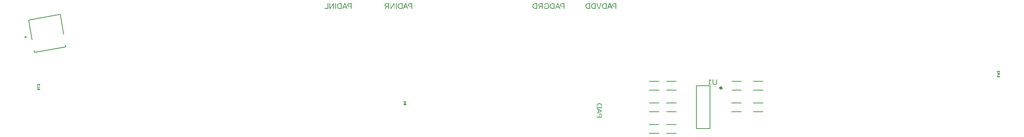
<source format=gbr>
G04 EAGLE Gerber RS-274X export*
G75*
%MOMM*%
%FSLAX34Y34*%
%LPD*%
%INSilkscreen Bottom*%
%IPPOS*%
%AMOC8*
5,1,8,0,0,1.08239X$1,22.5*%
G01*
G04 Define Apertures*
%ADD10C,0.127000*%
%ADD11C,0.152400*%
%ADD12C,0.406400*%
G36*
X1620281Y528665D02*
X1607940Y528665D01*
X1607940Y533281D01*
X1607952Y533721D01*
X1607988Y534148D01*
X1608047Y534562D01*
X1608130Y534963D01*
X1608238Y535350D01*
X1608369Y535725D01*
X1608523Y536086D01*
X1608702Y536434D01*
X1608903Y536766D01*
X1609125Y537078D01*
X1609368Y537371D01*
X1609631Y537645D01*
X1609916Y537899D01*
X1610222Y538134D01*
X1610548Y538349D01*
X1610896Y538545D01*
X1611261Y538719D01*
X1611642Y538871D01*
X1612037Y538998D01*
X1612447Y539103D01*
X1612872Y539185D01*
X1613313Y539243D01*
X1613768Y539278D01*
X1614237Y539289D01*
X1614595Y539283D01*
X1614941Y539263D01*
X1615278Y539229D01*
X1615604Y539183D01*
X1615920Y539123D01*
X1616225Y539050D01*
X1616520Y538963D01*
X1616805Y538863D01*
X1617079Y538750D01*
X1617343Y538624D01*
X1617596Y538484D01*
X1617840Y538331D01*
X1618072Y538165D01*
X1618295Y537985D01*
X1618507Y537792D01*
X1618709Y537586D01*
X1618899Y537367D01*
X1619077Y537138D01*
X1619243Y536897D01*
X1619396Y536644D01*
X1619538Y536381D01*
X1619667Y536107D01*
X1619783Y535821D01*
X1619888Y535524D01*
X1619980Y535216D01*
X1620060Y534897D01*
X1620127Y534567D01*
X1620183Y534225D01*
X1620226Y533872D01*
X1620256Y533508D01*
X1620275Y533133D01*
X1620281Y532747D01*
X1620281Y528665D01*
G37*
%LPC*%
G36*
X1618941Y530338D02*
X1618941Y532712D01*
X1618922Y533290D01*
X1618865Y533832D01*
X1618771Y534340D01*
X1618640Y534813D01*
X1618470Y535250D01*
X1618263Y535652D01*
X1618019Y536019D01*
X1617736Y536351D01*
X1617418Y536645D01*
X1617066Y536901D01*
X1616680Y537117D01*
X1616260Y537293D01*
X1615805Y537431D01*
X1615317Y537529D01*
X1614794Y537588D01*
X1614237Y537608D01*
X1613863Y537599D01*
X1613501Y537573D01*
X1613151Y537530D01*
X1612814Y537470D01*
X1612490Y537392D01*
X1612178Y537297D01*
X1611879Y537185D01*
X1611592Y537056D01*
X1611320Y536910D01*
X1611065Y536750D01*
X1610825Y536575D01*
X1610603Y536385D01*
X1610396Y536180D01*
X1610206Y535960D01*
X1610033Y535725D01*
X1609876Y535475D01*
X1609736Y535213D01*
X1609615Y534940D01*
X1609513Y534657D01*
X1609429Y534364D01*
X1609364Y534060D01*
X1609317Y533747D01*
X1609289Y533423D01*
X1609280Y533088D01*
X1609280Y530338D01*
X1618941Y530338D01*
G37*
%LPD*%
G36*
X1620281Y506071D02*
X1607940Y506071D01*
X1607940Y507744D01*
X1612748Y507744D01*
X1612748Y511370D01*
X1612765Y511848D01*
X1612813Y512300D01*
X1612894Y512727D01*
X1613007Y513128D01*
X1613152Y513503D01*
X1613330Y513853D01*
X1613540Y514177D01*
X1613782Y514475D01*
X1614052Y514743D01*
X1614344Y514975D01*
X1614658Y515172D01*
X1614995Y515333D01*
X1615354Y515458D01*
X1615736Y515547D01*
X1616140Y515600D01*
X1616567Y515618D01*
X1616997Y515600D01*
X1617402Y515547D01*
X1617782Y515458D01*
X1618137Y515334D01*
X1618467Y515173D01*
X1618773Y514978D01*
X1619053Y514747D01*
X1619309Y514480D01*
X1619536Y514180D01*
X1619734Y513852D01*
X1619901Y513494D01*
X1620038Y513107D01*
X1620144Y512690D01*
X1620220Y512245D01*
X1620266Y511770D01*
X1620281Y511265D01*
X1620281Y506071D01*
G37*
%LPC*%
G36*
X1618941Y507744D02*
X1618941Y511064D01*
X1618931Y511412D01*
X1618903Y511737D01*
X1618857Y512040D01*
X1618791Y512321D01*
X1618707Y512579D01*
X1618604Y512814D01*
X1618483Y513028D01*
X1618343Y513218D01*
X1618184Y513387D01*
X1618007Y513533D01*
X1617811Y513656D01*
X1617596Y513757D01*
X1617362Y513836D01*
X1617110Y513892D01*
X1616839Y513925D01*
X1616550Y513937D01*
X1616249Y513926D01*
X1615969Y513893D01*
X1615707Y513838D01*
X1615465Y513761D01*
X1615243Y513663D01*
X1615039Y513542D01*
X1614855Y513400D01*
X1614691Y513236D01*
X1614545Y513050D01*
X1614420Y512842D01*
X1614313Y512612D01*
X1614226Y512360D01*
X1614158Y512086D01*
X1614110Y511791D01*
X1614081Y511473D01*
X1614071Y511134D01*
X1614071Y507744D01*
X1618941Y507744D01*
G37*
%LPD*%
G36*
X1607940Y515260D02*
X1607940Y516994D01*
X1611549Y518413D01*
X1611549Y524036D01*
X1607940Y525446D01*
X1607940Y527154D01*
X1620281Y522197D01*
X1620281Y520296D01*
X1607940Y515260D01*
G37*
%LPC*%
G36*
X1612854Y518921D02*
X1616909Y520498D01*
X1617944Y520874D01*
X1618774Y521146D01*
X1619020Y521225D01*
X1618293Y521461D01*
X1617570Y521706D01*
X1616926Y521952D01*
X1612854Y523537D01*
X1612854Y518921D01*
G37*
%LPD*%
G36*
X293145Y689182D02*
X292797Y691762D01*
X290657Y690433D01*
X290065Y691520D01*
X292369Y692575D01*
X290362Y694427D01*
X291278Y695229D01*
X293013Y693258D01*
X293915Y695712D01*
X295051Y695272D01*
X293835Y692834D01*
X296379Y692633D01*
X296191Y691426D01*
X293758Y691913D01*
X294318Y689388D01*
X293145Y689182D01*
G37*
G36*
X1880023Y581867D02*
X1879635Y581876D01*
X1879260Y581903D01*
X1878898Y581948D01*
X1878548Y582011D01*
X1878212Y582092D01*
X1877889Y582190D01*
X1877579Y582307D01*
X1877282Y582442D01*
X1876999Y582593D01*
X1876733Y582761D01*
X1876484Y582945D01*
X1876251Y583145D01*
X1876034Y583361D01*
X1875834Y583593D01*
X1875650Y583840D01*
X1875483Y584104D01*
X1875334Y584383D01*
X1875205Y584674D01*
X1875095Y584978D01*
X1875006Y585295D01*
X1874936Y585625D01*
X1874887Y585968D01*
X1874857Y586324D01*
X1874847Y586693D01*
X1874847Y594405D01*
X1876514Y594405D01*
X1876514Y586789D01*
X1876528Y586366D01*
X1876572Y585969D01*
X1876644Y585598D01*
X1876745Y585253D01*
X1876876Y584934D01*
X1877035Y584642D01*
X1877223Y584375D01*
X1877440Y584135D01*
X1877683Y583922D01*
X1877949Y583738D01*
X1878238Y583582D01*
X1878551Y583454D01*
X1878886Y583355D01*
X1879245Y583284D01*
X1879627Y583241D01*
X1880032Y583227D01*
X1880426Y583241D01*
X1880796Y583282D01*
X1881142Y583350D01*
X1881465Y583446D01*
X1881763Y583570D01*
X1882038Y583721D01*
X1882288Y583899D01*
X1882515Y584104D01*
X1882717Y584337D01*
X1882891Y584594D01*
X1883039Y584877D01*
X1883160Y585186D01*
X1883254Y585520D01*
X1883321Y585879D01*
X1883362Y586265D01*
X1883375Y586675D01*
X1883375Y594405D01*
X1885051Y594405D01*
X1885051Y586535D01*
X1885041Y586177D01*
X1885012Y585832D01*
X1884963Y585499D01*
X1884895Y585179D01*
X1884808Y584872D01*
X1884700Y584577D01*
X1884574Y584295D01*
X1884428Y584025D01*
X1884264Y583770D01*
X1884085Y583530D01*
X1883889Y583306D01*
X1883678Y583098D01*
X1883450Y582905D01*
X1883207Y582727D01*
X1882948Y582566D01*
X1882673Y582420D01*
X1882384Y582290D01*
X1882083Y582178D01*
X1881770Y582083D01*
X1881445Y582005D01*
X1881108Y581945D01*
X1880758Y581902D01*
X1880397Y581876D01*
X1880023Y581867D01*
G37*
G36*
X1872100Y582043D02*
X1864352Y582043D01*
X1864352Y583385D01*
X1867362Y583385D01*
X1867362Y594405D01*
X1868818Y594405D01*
X1871740Y592396D01*
X1871740Y590904D01*
X1868950Y592896D01*
X1868950Y583385D01*
X1872100Y583385D01*
X1872100Y582043D01*
G37*
G36*
X1020695Y757780D02*
X1016079Y757780D01*
X1015639Y757792D01*
X1015212Y757828D01*
X1014798Y757887D01*
X1014397Y757970D01*
X1014010Y758078D01*
X1013635Y758209D01*
X1013274Y758363D01*
X1012926Y758542D01*
X1012594Y758743D01*
X1012282Y758965D01*
X1011989Y759208D01*
X1011715Y759471D01*
X1011461Y759756D01*
X1011226Y760062D01*
X1011011Y760388D01*
X1010815Y760736D01*
X1010641Y761101D01*
X1010489Y761482D01*
X1010362Y761877D01*
X1010257Y762287D01*
X1010175Y762712D01*
X1010117Y763153D01*
X1010082Y763608D01*
X1010071Y764077D01*
X1010077Y764435D01*
X1010097Y764781D01*
X1010131Y765118D01*
X1010177Y765444D01*
X1010237Y765760D01*
X1010310Y766065D01*
X1010397Y766360D01*
X1010497Y766645D01*
X1010610Y766919D01*
X1010736Y767183D01*
X1010876Y767436D01*
X1011029Y767680D01*
X1011195Y767912D01*
X1011375Y768135D01*
X1011568Y768347D01*
X1011774Y768549D01*
X1011993Y768739D01*
X1012223Y768917D01*
X1012463Y769083D01*
X1012716Y769236D01*
X1012979Y769378D01*
X1013253Y769507D01*
X1013539Y769623D01*
X1013836Y769728D01*
X1014144Y769820D01*
X1014463Y769900D01*
X1014793Y769967D01*
X1015135Y770023D01*
X1015488Y770066D01*
X1015852Y770096D01*
X1016227Y770115D01*
X1016613Y770121D01*
X1020695Y770121D01*
X1020695Y757780D01*
G37*
%LPC*%
G36*
X1019022Y759120D02*
X1019022Y768781D01*
X1016648Y768781D01*
X1016070Y768762D01*
X1015528Y768705D01*
X1015020Y768611D01*
X1014547Y768480D01*
X1014110Y768310D01*
X1013708Y768103D01*
X1013341Y767859D01*
X1013009Y767576D01*
X1012715Y767258D01*
X1012459Y766906D01*
X1012243Y766520D01*
X1012067Y766100D01*
X1011929Y765645D01*
X1011831Y765157D01*
X1011772Y764634D01*
X1011752Y764077D01*
X1011761Y763703D01*
X1011787Y763341D01*
X1011830Y762991D01*
X1011890Y762654D01*
X1011968Y762330D01*
X1012063Y762018D01*
X1012175Y761719D01*
X1012304Y761432D01*
X1012450Y761160D01*
X1012610Y760905D01*
X1012785Y760665D01*
X1012975Y760443D01*
X1013180Y760236D01*
X1013400Y760046D01*
X1013635Y759873D01*
X1013885Y759716D01*
X1014147Y759576D01*
X1014420Y759455D01*
X1014703Y759353D01*
X1014996Y759269D01*
X1015300Y759204D01*
X1015614Y759157D01*
X1015938Y759129D01*
X1016272Y759120D01*
X1019022Y759120D01*
G37*
%LPD*%
G36*
X1043289Y757780D02*
X1041616Y757780D01*
X1041616Y762588D01*
X1037990Y762588D01*
X1037512Y762605D01*
X1037060Y762653D01*
X1036633Y762734D01*
X1036232Y762847D01*
X1035857Y762992D01*
X1035507Y763170D01*
X1035183Y763380D01*
X1034885Y763622D01*
X1034617Y763892D01*
X1034385Y764184D01*
X1034188Y764498D01*
X1034028Y764835D01*
X1033903Y765194D01*
X1033813Y765576D01*
X1033760Y765980D01*
X1033742Y766407D01*
X1033760Y766837D01*
X1033813Y767242D01*
X1033902Y767622D01*
X1034026Y767977D01*
X1034187Y768307D01*
X1034382Y768613D01*
X1034614Y768893D01*
X1034880Y769149D01*
X1035180Y769376D01*
X1035508Y769574D01*
X1035866Y769741D01*
X1036253Y769878D01*
X1036670Y769984D01*
X1037115Y770060D01*
X1037590Y770106D01*
X1038095Y770121D01*
X1043289Y770121D01*
X1043289Y757780D01*
G37*
%LPC*%
G36*
X1041616Y763911D02*
X1041616Y768781D01*
X1038296Y768781D01*
X1037948Y768771D01*
X1037623Y768743D01*
X1037320Y768697D01*
X1037039Y768631D01*
X1036781Y768547D01*
X1036546Y768444D01*
X1036332Y768323D01*
X1036142Y768183D01*
X1035973Y768024D01*
X1035827Y767847D01*
X1035704Y767651D01*
X1035603Y767436D01*
X1035524Y767202D01*
X1035468Y766950D01*
X1035435Y766679D01*
X1035423Y766390D01*
X1035434Y766089D01*
X1035467Y765809D01*
X1035522Y765547D01*
X1035599Y765305D01*
X1035697Y765083D01*
X1035818Y764879D01*
X1035960Y764695D01*
X1036124Y764531D01*
X1036310Y764385D01*
X1036518Y764260D01*
X1036748Y764153D01*
X1037000Y764066D01*
X1037274Y763998D01*
X1037569Y763950D01*
X1037887Y763921D01*
X1038226Y763911D01*
X1041616Y763911D01*
G37*
%LPD*%
G36*
X1023914Y757780D02*
X1022206Y757780D01*
X1027163Y770121D01*
X1029064Y770121D01*
X1034100Y757780D01*
X1032366Y757780D01*
X1030947Y761389D01*
X1025324Y761389D01*
X1023914Y757780D01*
G37*
%LPC*%
G36*
X1030439Y762694D02*
X1028862Y766749D01*
X1028486Y767784D01*
X1028214Y768614D01*
X1028135Y768860D01*
X1027899Y768133D01*
X1027654Y767410D01*
X1027408Y766766D01*
X1025823Y762694D01*
X1030439Y762694D01*
G37*
%LPD*%
G36*
X994752Y757780D02*
X992738Y757780D01*
X992738Y770121D01*
X994244Y770121D01*
X994244Y762028D01*
X994218Y761021D01*
X994139Y759540D01*
X1000813Y770121D01*
X1002757Y770121D01*
X1002757Y757780D01*
X1001268Y757780D01*
X1001268Y765978D01*
X1001312Y767441D01*
X1001356Y768290D01*
X994752Y757780D01*
G37*
G36*
X989789Y757780D02*
X981880Y757780D01*
X981880Y759146D01*
X988116Y759146D01*
X988116Y770121D01*
X989789Y770121D01*
X989789Y757780D01*
G37*
G36*
X1007542Y757780D02*
X1005869Y757780D01*
X1005869Y770121D01*
X1007542Y770121D01*
X1007542Y757780D01*
G37*
G36*
X1160695Y757780D02*
X1156079Y757780D01*
X1155639Y757792D01*
X1155212Y757828D01*
X1154798Y757887D01*
X1154397Y757970D01*
X1154010Y758078D01*
X1153635Y758209D01*
X1153274Y758363D01*
X1152926Y758542D01*
X1152594Y758743D01*
X1152282Y758965D01*
X1151989Y759208D01*
X1151715Y759471D01*
X1151461Y759756D01*
X1151226Y760062D01*
X1151011Y760388D01*
X1150815Y760736D01*
X1150641Y761101D01*
X1150489Y761482D01*
X1150362Y761877D01*
X1150257Y762287D01*
X1150175Y762712D01*
X1150117Y763153D01*
X1150082Y763608D01*
X1150071Y764077D01*
X1150077Y764435D01*
X1150097Y764781D01*
X1150131Y765118D01*
X1150177Y765444D01*
X1150237Y765760D01*
X1150310Y766065D01*
X1150397Y766360D01*
X1150497Y766645D01*
X1150610Y766919D01*
X1150736Y767183D01*
X1150876Y767436D01*
X1151029Y767680D01*
X1151195Y767912D01*
X1151375Y768135D01*
X1151568Y768347D01*
X1151774Y768549D01*
X1151993Y768739D01*
X1152223Y768917D01*
X1152463Y769083D01*
X1152716Y769236D01*
X1152979Y769378D01*
X1153253Y769507D01*
X1153539Y769623D01*
X1153836Y769728D01*
X1154144Y769820D01*
X1154463Y769900D01*
X1154793Y769967D01*
X1155135Y770023D01*
X1155488Y770066D01*
X1155852Y770096D01*
X1156227Y770115D01*
X1156613Y770121D01*
X1160695Y770121D01*
X1160695Y757780D01*
G37*
%LPC*%
G36*
X1159022Y759120D02*
X1159022Y768781D01*
X1156648Y768781D01*
X1156070Y768762D01*
X1155528Y768705D01*
X1155020Y768611D01*
X1154547Y768480D01*
X1154110Y768310D01*
X1153708Y768103D01*
X1153341Y767859D01*
X1153009Y767576D01*
X1152715Y767258D01*
X1152459Y766906D01*
X1152243Y766520D01*
X1152067Y766100D01*
X1151929Y765645D01*
X1151831Y765157D01*
X1151772Y764634D01*
X1151752Y764077D01*
X1151761Y763703D01*
X1151787Y763341D01*
X1151830Y762991D01*
X1151890Y762654D01*
X1151968Y762330D01*
X1152063Y762018D01*
X1152175Y761719D01*
X1152304Y761432D01*
X1152450Y761160D01*
X1152610Y760905D01*
X1152785Y760665D01*
X1152975Y760443D01*
X1153180Y760236D01*
X1153400Y760046D01*
X1153635Y759873D01*
X1153885Y759716D01*
X1154147Y759576D01*
X1154420Y759455D01*
X1154703Y759353D01*
X1154996Y759269D01*
X1155300Y759204D01*
X1155614Y759157D01*
X1155938Y759129D01*
X1156272Y759120D01*
X1159022Y759120D01*
G37*
%LPD*%
G36*
X1121065Y757780D02*
X1119138Y757780D01*
X1121150Y760833D01*
X1122642Y763096D01*
X1122299Y763169D01*
X1121975Y763262D01*
X1121670Y763378D01*
X1121384Y763515D01*
X1121228Y763607D01*
X1121117Y763673D01*
X1120869Y763854D01*
X1120640Y764055D01*
X1120430Y764279D01*
X1120242Y764520D01*
X1120079Y764775D01*
X1119942Y765043D01*
X1119829Y765325D01*
X1119741Y765621D01*
X1119679Y765931D01*
X1119641Y766254D01*
X1119629Y766591D01*
X1119646Y766996D01*
X1119700Y767377D01*
X1119788Y767736D01*
X1119912Y768072D01*
X1120072Y768386D01*
X1120267Y768676D01*
X1120497Y768943D01*
X1120763Y769188D01*
X1121061Y769407D01*
X1121389Y769596D01*
X1121747Y769756D01*
X1122135Y769888D01*
X1122552Y769990D01*
X1122999Y770062D01*
X1123475Y770106D01*
X1123982Y770121D01*
X1129789Y770121D01*
X1129789Y757780D01*
X1128116Y757780D01*
X1128116Y762904D01*
X1124271Y762904D01*
X1121065Y757780D01*
G37*
%LPC*%
G36*
X1128116Y764226D02*
X1128116Y768781D01*
X1124148Y768781D01*
X1123814Y768772D01*
X1123501Y768745D01*
X1123207Y768701D01*
X1122934Y768640D01*
X1122681Y768560D01*
X1122448Y768463D01*
X1122235Y768348D01*
X1122042Y768216D01*
X1121870Y768067D01*
X1121722Y767901D01*
X1121596Y767720D01*
X1121493Y767523D01*
X1121413Y767310D01*
X1121356Y767080D01*
X1121322Y766835D01*
X1121310Y766574D01*
X1121322Y766303D01*
X1121355Y766048D01*
X1121412Y765809D01*
X1121491Y765585D01*
X1121593Y765376D01*
X1121717Y765183D01*
X1121864Y765006D01*
X1122033Y764844D01*
X1122223Y764699D01*
X1122432Y764574D01*
X1122659Y764467D01*
X1122905Y764381D01*
X1123170Y764313D01*
X1123454Y764265D01*
X1123757Y764236D01*
X1124078Y764226D01*
X1128116Y764226D01*
G37*
%LPD*%
G36*
X1183289Y757780D02*
X1181616Y757780D01*
X1181616Y762588D01*
X1177990Y762588D01*
X1177512Y762605D01*
X1177060Y762653D01*
X1176633Y762734D01*
X1176232Y762847D01*
X1175857Y762992D01*
X1175507Y763170D01*
X1175183Y763380D01*
X1174885Y763622D01*
X1174617Y763892D01*
X1174385Y764184D01*
X1174188Y764498D01*
X1174028Y764835D01*
X1173903Y765194D01*
X1173813Y765576D01*
X1173760Y765980D01*
X1173742Y766407D01*
X1173760Y766837D01*
X1173813Y767242D01*
X1173902Y767622D01*
X1174026Y767977D01*
X1174187Y768307D01*
X1174382Y768613D01*
X1174614Y768893D01*
X1174880Y769149D01*
X1175180Y769376D01*
X1175508Y769574D01*
X1175866Y769741D01*
X1176253Y769878D01*
X1176670Y769984D01*
X1177115Y770060D01*
X1177590Y770106D01*
X1178095Y770121D01*
X1183289Y770121D01*
X1183289Y757780D01*
G37*
%LPC*%
G36*
X1181616Y763911D02*
X1181616Y768781D01*
X1178296Y768781D01*
X1177948Y768771D01*
X1177623Y768743D01*
X1177320Y768697D01*
X1177039Y768631D01*
X1176781Y768547D01*
X1176546Y768444D01*
X1176332Y768323D01*
X1176142Y768183D01*
X1175973Y768024D01*
X1175827Y767847D01*
X1175704Y767651D01*
X1175603Y767436D01*
X1175524Y767202D01*
X1175468Y766950D01*
X1175435Y766679D01*
X1175423Y766390D01*
X1175434Y766089D01*
X1175467Y765809D01*
X1175522Y765547D01*
X1175599Y765305D01*
X1175697Y765083D01*
X1175818Y764879D01*
X1175960Y764695D01*
X1176124Y764531D01*
X1176310Y764385D01*
X1176518Y764260D01*
X1176748Y764153D01*
X1177000Y764066D01*
X1177274Y763998D01*
X1177569Y763950D01*
X1177887Y763921D01*
X1178226Y763911D01*
X1181616Y763911D01*
G37*
%LPD*%
G36*
X1163914Y757780D02*
X1162206Y757780D01*
X1167163Y770121D01*
X1169064Y770121D01*
X1174100Y757780D01*
X1172366Y757780D01*
X1170947Y761389D01*
X1165324Y761389D01*
X1163914Y757780D01*
G37*
%LPC*%
G36*
X1170439Y762694D02*
X1168862Y766749D01*
X1168486Y767784D01*
X1168214Y768614D01*
X1168135Y768860D01*
X1167899Y768133D01*
X1167654Y767410D01*
X1167408Y766766D01*
X1165823Y762694D01*
X1170439Y762694D01*
G37*
%LPD*%
G36*
X1134752Y757780D02*
X1132738Y757780D01*
X1132738Y770121D01*
X1134244Y770121D01*
X1134244Y762028D01*
X1134218Y761021D01*
X1134139Y759540D01*
X1140813Y770121D01*
X1142757Y770121D01*
X1142757Y757780D01*
X1141268Y757780D01*
X1141268Y765978D01*
X1141312Y767441D01*
X1141356Y768290D01*
X1134752Y757780D01*
G37*
G36*
X1147542Y757780D02*
X1145869Y757780D01*
X1145869Y770121D01*
X1147542Y770121D01*
X1147542Y757780D01*
G37*
G36*
X1470820Y757780D02*
X1466204Y757780D01*
X1465764Y757792D01*
X1465337Y757828D01*
X1464923Y757887D01*
X1464522Y757970D01*
X1464135Y758078D01*
X1463760Y758209D01*
X1463399Y758363D01*
X1463051Y758542D01*
X1462719Y758743D01*
X1462407Y758965D01*
X1462114Y759208D01*
X1461840Y759471D01*
X1461586Y759756D01*
X1461351Y760062D01*
X1461136Y760388D01*
X1460940Y760736D01*
X1460766Y761101D01*
X1460614Y761482D01*
X1460487Y761877D01*
X1460382Y762287D01*
X1460300Y762712D01*
X1460242Y763153D01*
X1460207Y763608D01*
X1460196Y764077D01*
X1460202Y764435D01*
X1460222Y764781D01*
X1460256Y765118D01*
X1460302Y765444D01*
X1460362Y765760D01*
X1460435Y766065D01*
X1460522Y766360D01*
X1460622Y766645D01*
X1460735Y766919D01*
X1460861Y767183D01*
X1461001Y767436D01*
X1461154Y767680D01*
X1461320Y767912D01*
X1461500Y768135D01*
X1461693Y768347D01*
X1461899Y768549D01*
X1462118Y768739D01*
X1462348Y768917D01*
X1462588Y769083D01*
X1462841Y769236D01*
X1463104Y769378D01*
X1463378Y769507D01*
X1463664Y769623D01*
X1463961Y769728D01*
X1464269Y769820D01*
X1464588Y769900D01*
X1464918Y769967D01*
X1465260Y770023D01*
X1465613Y770066D01*
X1465977Y770096D01*
X1466352Y770115D01*
X1466738Y770121D01*
X1470820Y770121D01*
X1470820Y757780D01*
G37*
%LPC*%
G36*
X1469147Y759120D02*
X1469147Y768781D01*
X1466773Y768781D01*
X1466195Y768762D01*
X1465653Y768705D01*
X1465145Y768611D01*
X1464672Y768480D01*
X1464235Y768310D01*
X1463833Y768103D01*
X1463466Y767859D01*
X1463134Y767576D01*
X1462840Y767258D01*
X1462584Y766906D01*
X1462368Y766520D01*
X1462192Y766100D01*
X1462054Y765645D01*
X1461956Y765157D01*
X1461897Y764634D01*
X1461877Y764077D01*
X1461886Y763703D01*
X1461912Y763341D01*
X1461955Y762991D01*
X1462015Y762654D01*
X1462093Y762330D01*
X1462188Y762018D01*
X1462300Y761719D01*
X1462429Y761432D01*
X1462575Y761160D01*
X1462735Y760905D01*
X1462910Y760665D01*
X1463100Y760443D01*
X1463305Y760236D01*
X1463525Y760046D01*
X1463760Y759873D01*
X1464010Y759716D01*
X1464272Y759576D01*
X1464545Y759455D01*
X1464828Y759353D01*
X1465121Y759269D01*
X1465425Y759204D01*
X1465739Y759157D01*
X1466063Y759129D01*
X1466397Y759120D01*
X1469147Y759120D01*
G37*
%LPD*%
G36*
X1510695Y757780D02*
X1506079Y757780D01*
X1505639Y757792D01*
X1505212Y757828D01*
X1504798Y757887D01*
X1504397Y757970D01*
X1504010Y758078D01*
X1503635Y758209D01*
X1503274Y758363D01*
X1502926Y758542D01*
X1502594Y758743D01*
X1502282Y758965D01*
X1501989Y759208D01*
X1501715Y759471D01*
X1501461Y759756D01*
X1501226Y760062D01*
X1501011Y760388D01*
X1500815Y760736D01*
X1500641Y761101D01*
X1500489Y761482D01*
X1500362Y761877D01*
X1500257Y762287D01*
X1500175Y762712D01*
X1500117Y763153D01*
X1500082Y763608D01*
X1500071Y764077D01*
X1500077Y764435D01*
X1500097Y764781D01*
X1500131Y765118D01*
X1500177Y765444D01*
X1500237Y765760D01*
X1500310Y766065D01*
X1500397Y766360D01*
X1500497Y766645D01*
X1500610Y766919D01*
X1500736Y767183D01*
X1500876Y767436D01*
X1501029Y767680D01*
X1501195Y767912D01*
X1501375Y768135D01*
X1501568Y768347D01*
X1501774Y768549D01*
X1501993Y768739D01*
X1502223Y768917D01*
X1502463Y769083D01*
X1502716Y769236D01*
X1502979Y769378D01*
X1503253Y769507D01*
X1503539Y769623D01*
X1503836Y769728D01*
X1504144Y769820D01*
X1504463Y769900D01*
X1504793Y769967D01*
X1505135Y770023D01*
X1505488Y770066D01*
X1505852Y770096D01*
X1506227Y770115D01*
X1506613Y770121D01*
X1510695Y770121D01*
X1510695Y757780D01*
G37*
%LPC*%
G36*
X1509022Y759120D02*
X1509022Y768781D01*
X1506648Y768781D01*
X1506070Y768762D01*
X1505528Y768705D01*
X1505020Y768611D01*
X1504547Y768480D01*
X1504110Y768310D01*
X1503708Y768103D01*
X1503341Y767859D01*
X1503009Y767576D01*
X1502715Y767258D01*
X1502459Y766906D01*
X1502243Y766520D01*
X1502067Y766100D01*
X1501929Y765645D01*
X1501831Y765157D01*
X1501772Y764634D01*
X1501752Y764077D01*
X1501761Y763703D01*
X1501787Y763341D01*
X1501830Y762991D01*
X1501890Y762654D01*
X1501968Y762330D01*
X1502063Y762018D01*
X1502175Y761719D01*
X1502304Y761432D01*
X1502450Y761160D01*
X1502610Y760905D01*
X1502785Y760665D01*
X1502975Y760443D01*
X1503180Y760236D01*
X1503400Y760046D01*
X1503635Y759873D01*
X1503885Y759716D01*
X1504147Y759576D01*
X1504420Y759455D01*
X1504703Y759353D01*
X1504996Y759269D01*
X1505300Y759204D01*
X1505614Y759157D01*
X1505938Y759129D01*
X1506272Y759120D01*
X1509022Y759120D01*
G37*
%LPD*%
G36*
X1475065Y757780D02*
X1473138Y757780D01*
X1475150Y760833D01*
X1476642Y763096D01*
X1476299Y763169D01*
X1475975Y763262D01*
X1475670Y763378D01*
X1475384Y763515D01*
X1475228Y763607D01*
X1475117Y763673D01*
X1474869Y763854D01*
X1474640Y764055D01*
X1474430Y764279D01*
X1474242Y764520D01*
X1474079Y764775D01*
X1473942Y765043D01*
X1473829Y765325D01*
X1473741Y765621D01*
X1473679Y765931D01*
X1473641Y766254D01*
X1473629Y766591D01*
X1473646Y766996D01*
X1473700Y767377D01*
X1473788Y767736D01*
X1473912Y768072D01*
X1474072Y768386D01*
X1474267Y768676D01*
X1474497Y768943D01*
X1474763Y769188D01*
X1475061Y769407D01*
X1475389Y769596D01*
X1475747Y769756D01*
X1476135Y769888D01*
X1476552Y769990D01*
X1476999Y770062D01*
X1477475Y770106D01*
X1477982Y770121D01*
X1483789Y770121D01*
X1483789Y757780D01*
X1482116Y757780D01*
X1482116Y762904D01*
X1478271Y762904D01*
X1475065Y757780D01*
G37*
%LPC*%
G36*
X1482116Y764226D02*
X1482116Y768781D01*
X1478148Y768781D01*
X1477814Y768772D01*
X1477501Y768745D01*
X1477207Y768701D01*
X1476934Y768640D01*
X1476681Y768560D01*
X1476448Y768463D01*
X1476235Y768348D01*
X1476042Y768216D01*
X1475870Y768067D01*
X1475722Y767901D01*
X1475596Y767720D01*
X1475493Y767523D01*
X1475413Y767310D01*
X1475356Y767080D01*
X1475322Y766835D01*
X1475310Y766574D01*
X1475322Y766303D01*
X1475355Y766048D01*
X1475412Y765809D01*
X1475491Y765585D01*
X1475593Y765376D01*
X1475717Y765183D01*
X1475864Y765006D01*
X1476033Y764844D01*
X1476223Y764699D01*
X1476432Y764574D01*
X1476659Y764467D01*
X1476905Y764381D01*
X1477170Y764313D01*
X1477454Y764265D01*
X1477757Y764236D01*
X1478078Y764226D01*
X1482116Y764226D01*
G37*
%LPD*%
G36*
X1533289Y757780D02*
X1531616Y757780D01*
X1531616Y762588D01*
X1527990Y762588D01*
X1527512Y762605D01*
X1527060Y762653D01*
X1526633Y762734D01*
X1526232Y762847D01*
X1525857Y762992D01*
X1525507Y763170D01*
X1525183Y763380D01*
X1524885Y763622D01*
X1524617Y763892D01*
X1524385Y764184D01*
X1524188Y764498D01*
X1524028Y764835D01*
X1523903Y765194D01*
X1523813Y765576D01*
X1523760Y765980D01*
X1523742Y766407D01*
X1523760Y766837D01*
X1523813Y767242D01*
X1523902Y767622D01*
X1524026Y767977D01*
X1524187Y768307D01*
X1524382Y768613D01*
X1524614Y768893D01*
X1524880Y769149D01*
X1525180Y769376D01*
X1525508Y769574D01*
X1525866Y769741D01*
X1526253Y769878D01*
X1526670Y769984D01*
X1527115Y770060D01*
X1527590Y770106D01*
X1528095Y770121D01*
X1533289Y770121D01*
X1533289Y757780D01*
G37*
%LPC*%
G36*
X1531616Y763911D02*
X1531616Y768781D01*
X1528296Y768781D01*
X1527948Y768771D01*
X1527623Y768743D01*
X1527320Y768697D01*
X1527039Y768631D01*
X1526781Y768547D01*
X1526546Y768444D01*
X1526332Y768323D01*
X1526142Y768183D01*
X1525973Y768024D01*
X1525827Y767847D01*
X1525704Y767651D01*
X1525603Y767436D01*
X1525524Y767202D01*
X1525468Y766950D01*
X1525435Y766679D01*
X1525423Y766390D01*
X1525434Y766089D01*
X1525467Y765809D01*
X1525522Y765547D01*
X1525599Y765305D01*
X1525697Y765083D01*
X1525818Y764879D01*
X1525960Y764695D01*
X1526124Y764531D01*
X1526310Y764385D01*
X1526518Y764260D01*
X1526748Y764153D01*
X1527000Y764066D01*
X1527274Y763998D01*
X1527569Y763950D01*
X1527887Y763921D01*
X1528226Y763911D01*
X1531616Y763911D01*
G37*
%LPD*%
G36*
X1513914Y757780D02*
X1512206Y757780D01*
X1517163Y770121D01*
X1519064Y770121D01*
X1524100Y757780D01*
X1522366Y757780D01*
X1520947Y761389D01*
X1515324Y761389D01*
X1513914Y757780D01*
G37*
%LPC*%
G36*
X1520439Y762694D02*
X1518862Y766749D01*
X1518486Y767784D01*
X1518214Y768614D01*
X1518135Y768860D01*
X1517899Y768133D01*
X1517654Y767410D01*
X1517408Y766766D01*
X1515823Y762694D01*
X1520439Y762694D01*
G37*
%LPD*%
G36*
X1492077Y757605D02*
X1491665Y757613D01*
X1491260Y757639D01*
X1490863Y757682D01*
X1490473Y757742D01*
X1490091Y757819D01*
X1489716Y757913D01*
X1489349Y758024D01*
X1488989Y758152D01*
X1488641Y758296D01*
X1488305Y758454D01*
X1487984Y758626D01*
X1487677Y758812D01*
X1487383Y759013D01*
X1487103Y759227D01*
X1486837Y759456D01*
X1486585Y759698D01*
X1486585Y763955D01*
X1491814Y763955D01*
X1491814Y762553D01*
X1488127Y762553D01*
X1488127Y760329D01*
X1488476Y760030D01*
X1488874Y759764D01*
X1489323Y759531D01*
X1489822Y759330D01*
X1490355Y759169D01*
X1490909Y759054D01*
X1491483Y758985D01*
X1492077Y758962D01*
X1492592Y758984D01*
X1493079Y759047D01*
X1493537Y759153D01*
X1493966Y759301D01*
X1494367Y759491D01*
X1494739Y759724D01*
X1495082Y759998D01*
X1495396Y760316D01*
X1495678Y760669D01*
X1495921Y761054D01*
X1496128Y761469D01*
X1496296Y761915D01*
X1496428Y762392D01*
X1496521Y762900D01*
X1496577Y763438D01*
X1496596Y764007D01*
X1496579Y764578D01*
X1496526Y765115D01*
X1496437Y765619D01*
X1496314Y766091D01*
X1496155Y766529D01*
X1495961Y766935D01*
X1495731Y767307D01*
X1495466Y767647D01*
X1495168Y767949D01*
X1494839Y768212D01*
X1494477Y768434D01*
X1494085Y768615D01*
X1493661Y768757D01*
X1493205Y768858D01*
X1492718Y768918D01*
X1492199Y768938D01*
X1491863Y768931D01*
X1491540Y768908D01*
X1491232Y768871D01*
X1490937Y768818D01*
X1490657Y768750D01*
X1490391Y768667D01*
X1490138Y768570D01*
X1489900Y768457D01*
X1489676Y768327D01*
X1489463Y768180D01*
X1489263Y768015D01*
X1489076Y767833D01*
X1488901Y767632D01*
X1488738Y767414D01*
X1488588Y767178D01*
X1488451Y766924D01*
X1486857Y767397D01*
X1487039Y767765D01*
X1487239Y768107D01*
X1487458Y768423D01*
X1487695Y768713D01*
X1487951Y768977D01*
X1488225Y769215D01*
X1488517Y769427D01*
X1488827Y769613D01*
X1489159Y769775D01*
X1489515Y769916D01*
X1489895Y770034D01*
X1490299Y770132D01*
X1490727Y770207D01*
X1491179Y770261D01*
X1491655Y770294D01*
X1492156Y770305D01*
X1492515Y770298D01*
X1492864Y770279D01*
X1493204Y770247D01*
X1493532Y770202D01*
X1493851Y770144D01*
X1494160Y770073D01*
X1494458Y769990D01*
X1494746Y769893D01*
X1495024Y769784D01*
X1495292Y769662D01*
X1495549Y769526D01*
X1495796Y769379D01*
X1496034Y769218D01*
X1496261Y769044D01*
X1496684Y768658D01*
X1497062Y768225D01*
X1497232Y767993D01*
X1497389Y767750D01*
X1497534Y767496D01*
X1497666Y767232D01*
X1497785Y766957D01*
X1497893Y766672D01*
X1497987Y766376D01*
X1498069Y766070D01*
X1498138Y765752D01*
X1498195Y765425D01*
X1498239Y765086D01*
X1498270Y764737D01*
X1498289Y764378D01*
X1498295Y764007D01*
X1498284Y763525D01*
X1498249Y763058D01*
X1498191Y762608D01*
X1498110Y762174D01*
X1498006Y761755D01*
X1497879Y761353D01*
X1497729Y760966D01*
X1497555Y760596D01*
X1497360Y760244D01*
X1497144Y759914D01*
X1496907Y759604D01*
X1496650Y759316D01*
X1496372Y759049D01*
X1496073Y758803D01*
X1495754Y758579D01*
X1495414Y758376D01*
X1495055Y758195D01*
X1494680Y758038D01*
X1494288Y757906D01*
X1493879Y757798D01*
X1493453Y757713D01*
X1493011Y757653D01*
X1492552Y757617D01*
X1492077Y757605D01*
G37*
G36*
X1592789Y757780D02*
X1588173Y757780D01*
X1587733Y757792D01*
X1587306Y757828D01*
X1586892Y757887D01*
X1586491Y757970D01*
X1586104Y758078D01*
X1585729Y758209D01*
X1585368Y758363D01*
X1585020Y758542D01*
X1584688Y758743D01*
X1584375Y758965D01*
X1584082Y759208D01*
X1583809Y759471D01*
X1583555Y759756D01*
X1583320Y760062D01*
X1583105Y760388D01*
X1582909Y760736D01*
X1582734Y761101D01*
X1582583Y761482D01*
X1582455Y761877D01*
X1582351Y762287D01*
X1582269Y762712D01*
X1582211Y763153D01*
X1582176Y763608D01*
X1582164Y764077D01*
X1582171Y764435D01*
X1582191Y764781D01*
X1582224Y765118D01*
X1582271Y765444D01*
X1582331Y765760D01*
X1582404Y766065D01*
X1582491Y766360D01*
X1582590Y766645D01*
X1582703Y766919D01*
X1582830Y767183D01*
X1582970Y767436D01*
X1583123Y767680D01*
X1583289Y767912D01*
X1583469Y768135D01*
X1583662Y768347D01*
X1583868Y768549D01*
X1584087Y768739D01*
X1584316Y768917D01*
X1584557Y769083D01*
X1584809Y769236D01*
X1585073Y769378D01*
X1585347Y769507D01*
X1585633Y769623D01*
X1585930Y769728D01*
X1586238Y769820D01*
X1586557Y769900D01*
X1586887Y769967D01*
X1587229Y770023D01*
X1587582Y770066D01*
X1587946Y770096D01*
X1588321Y770115D01*
X1588707Y770121D01*
X1592789Y770121D01*
X1592789Y757780D01*
G37*
%LPC*%
G36*
X1591116Y759120D02*
X1591116Y768781D01*
X1588742Y768781D01*
X1588164Y768762D01*
X1587621Y768705D01*
X1587114Y768611D01*
X1586641Y768480D01*
X1586204Y768310D01*
X1585802Y768103D01*
X1585435Y767859D01*
X1585103Y767576D01*
X1584808Y767258D01*
X1584553Y766906D01*
X1584337Y766520D01*
X1584160Y766100D01*
X1584023Y765645D01*
X1583925Y765157D01*
X1583866Y764634D01*
X1583846Y764077D01*
X1583855Y763703D01*
X1583881Y763341D01*
X1583924Y762991D01*
X1583984Y762654D01*
X1584062Y762330D01*
X1584157Y762018D01*
X1584269Y761719D01*
X1584398Y761432D01*
X1584543Y761160D01*
X1584704Y760905D01*
X1584879Y760665D01*
X1585069Y760443D01*
X1585274Y760236D01*
X1585494Y760046D01*
X1585729Y759873D01*
X1585979Y759716D01*
X1586241Y759576D01*
X1586514Y759455D01*
X1586797Y759353D01*
X1587090Y759269D01*
X1587394Y759204D01*
X1587707Y759157D01*
X1588031Y759129D01*
X1588366Y759120D01*
X1591116Y759120D01*
G37*
%LPD*%
G36*
X1605757Y757780D02*
X1601142Y757780D01*
X1600701Y757792D01*
X1600274Y757828D01*
X1599861Y757887D01*
X1599460Y757970D01*
X1599072Y758078D01*
X1598698Y758209D01*
X1598337Y758363D01*
X1597989Y758542D01*
X1597657Y758743D01*
X1597344Y758965D01*
X1597051Y759208D01*
X1596778Y759471D01*
X1596524Y759756D01*
X1596289Y760062D01*
X1596074Y760388D01*
X1595878Y760736D01*
X1595703Y761101D01*
X1595552Y761482D01*
X1595424Y761877D01*
X1595319Y762287D01*
X1595238Y762712D01*
X1595180Y763153D01*
X1595145Y763608D01*
X1595133Y764077D01*
X1595140Y764435D01*
X1595160Y764781D01*
X1595193Y765118D01*
X1595240Y765444D01*
X1595300Y765760D01*
X1595373Y766065D01*
X1595459Y766360D01*
X1595559Y766645D01*
X1595672Y766919D01*
X1595799Y767183D01*
X1595938Y767436D01*
X1596091Y767680D01*
X1596258Y767912D01*
X1596438Y768135D01*
X1596630Y768347D01*
X1596837Y768549D01*
X1597055Y768739D01*
X1597285Y768917D01*
X1597526Y769083D01*
X1597778Y769236D01*
X1598041Y769378D01*
X1598316Y769507D01*
X1598601Y769623D01*
X1598898Y769728D01*
X1599206Y769820D01*
X1599526Y769900D01*
X1599856Y769967D01*
X1600198Y770023D01*
X1600550Y770066D01*
X1600914Y770096D01*
X1601290Y770115D01*
X1601676Y770121D01*
X1605757Y770121D01*
X1605757Y757780D01*
G37*
%LPC*%
G36*
X1604084Y759120D02*
X1604084Y768781D01*
X1601711Y768781D01*
X1601133Y768762D01*
X1600590Y768705D01*
X1600082Y768611D01*
X1599610Y768480D01*
X1599173Y768310D01*
X1598770Y768103D01*
X1598404Y767859D01*
X1598072Y767576D01*
X1597777Y767258D01*
X1597522Y766906D01*
X1597306Y766520D01*
X1597129Y766100D01*
X1596992Y765645D01*
X1596893Y765157D01*
X1596835Y764634D01*
X1596815Y764077D01*
X1596823Y763703D01*
X1596849Y763341D01*
X1596892Y762991D01*
X1596953Y762654D01*
X1597030Y762330D01*
X1597125Y762018D01*
X1597237Y761719D01*
X1597367Y761432D01*
X1597512Y761160D01*
X1597672Y760905D01*
X1597848Y760665D01*
X1598038Y760443D01*
X1598243Y760236D01*
X1598463Y760046D01*
X1598698Y759873D01*
X1598948Y759716D01*
X1599210Y759576D01*
X1599483Y759455D01*
X1599766Y759353D01*
X1600059Y759269D01*
X1600362Y759204D01*
X1600676Y759157D01*
X1601000Y759129D01*
X1601334Y759120D01*
X1604084Y759120D01*
G37*
%LPD*%
G36*
X1630695Y757780D02*
X1626079Y757780D01*
X1625639Y757792D01*
X1625212Y757828D01*
X1624798Y757887D01*
X1624397Y757970D01*
X1624010Y758078D01*
X1623635Y758209D01*
X1623274Y758363D01*
X1622926Y758542D01*
X1622594Y758743D01*
X1622282Y758965D01*
X1621989Y759208D01*
X1621715Y759471D01*
X1621461Y759756D01*
X1621226Y760062D01*
X1621011Y760388D01*
X1620815Y760736D01*
X1620641Y761101D01*
X1620489Y761482D01*
X1620362Y761877D01*
X1620257Y762287D01*
X1620175Y762712D01*
X1620117Y763153D01*
X1620082Y763608D01*
X1620071Y764077D01*
X1620077Y764435D01*
X1620097Y764781D01*
X1620131Y765118D01*
X1620177Y765444D01*
X1620237Y765760D01*
X1620310Y766065D01*
X1620397Y766360D01*
X1620497Y766645D01*
X1620610Y766919D01*
X1620736Y767183D01*
X1620876Y767436D01*
X1621029Y767680D01*
X1621195Y767912D01*
X1621375Y768135D01*
X1621568Y768347D01*
X1621774Y768549D01*
X1621993Y768739D01*
X1622223Y768917D01*
X1622463Y769083D01*
X1622716Y769236D01*
X1622979Y769378D01*
X1623253Y769507D01*
X1623539Y769623D01*
X1623836Y769728D01*
X1624144Y769820D01*
X1624463Y769900D01*
X1624793Y769967D01*
X1625135Y770023D01*
X1625488Y770066D01*
X1625852Y770096D01*
X1626227Y770115D01*
X1626613Y770121D01*
X1630695Y770121D01*
X1630695Y757780D01*
G37*
%LPC*%
G36*
X1629022Y759120D02*
X1629022Y768781D01*
X1626648Y768781D01*
X1626070Y768762D01*
X1625528Y768705D01*
X1625020Y768611D01*
X1624547Y768480D01*
X1624110Y768310D01*
X1623708Y768103D01*
X1623341Y767859D01*
X1623009Y767576D01*
X1622715Y767258D01*
X1622459Y766906D01*
X1622243Y766520D01*
X1622067Y766100D01*
X1621929Y765645D01*
X1621831Y765157D01*
X1621772Y764634D01*
X1621752Y764077D01*
X1621761Y763703D01*
X1621787Y763341D01*
X1621830Y762991D01*
X1621890Y762654D01*
X1621968Y762330D01*
X1622063Y762018D01*
X1622175Y761719D01*
X1622304Y761432D01*
X1622450Y761160D01*
X1622610Y760905D01*
X1622785Y760665D01*
X1622975Y760443D01*
X1623180Y760236D01*
X1623400Y760046D01*
X1623635Y759873D01*
X1623885Y759716D01*
X1624147Y759576D01*
X1624420Y759455D01*
X1624703Y759353D01*
X1624996Y759269D01*
X1625300Y759204D01*
X1625614Y759157D01*
X1625938Y759129D01*
X1626272Y759120D01*
X1629022Y759120D01*
G37*
%LPD*%
G36*
X1653289Y757780D02*
X1651616Y757780D01*
X1651616Y762588D01*
X1647990Y762588D01*
X1647512Y762605D01*
X1647060Y762653D01*
X1646633Y762734D01*
X1646232Y762847D01*
X1645857Y762992D01*
X1645507Y763170D01*
X1645183Y763380D01*
X1644885Y763622D01*
X1644617Y763892D01*
X1644385Y764184D01*
X1644188Y764498D01*
X1644028Y764835D01*
X1643903Y765194D01*
X1643813Y765576D01*
X1643760Y765980D01*
X1643742Y766407D01*
X1643760Y766837D01*
X1643813Y767242D01*
X1643902Y767622D01*
X1644026Y767977D01*
X1644187Y768307D01*
X1644382Y768613D01*
X1644614Y768893D01*
X1644880Y769149D01*
X1645180Y769376D01*
X1645508Y769574D01*
X1645866Y769741D01*
X1646253Y769878D01*
X1646670Y769984D01*
X1647115Y770060D01*
X1647590Y770106D01*
X1648095Y770121D01*
X1653289Y770121D01*
X1653289Y757780D01*
G37*
%LPC*%
G36*
X1651616Y763911D02*
X1651616Y768781D01*
X1648296Y768781D01*
X1647948Y768771D01*
X1647623Y768743D01*
X1647320Y768697D01*
X1647039Y768631D01*
X1646781Y768547D01*
X1646546Y768444D01*
X1646332Y768323D01*
X1646142Y768183D01*
X1645973Y768024D01*
X1645827Y767847D01*
X1645704Y767651D01*
X1645603Y767436D01*
X1645524Y767202D01*
X1645468Y766950D01*
X1645435Y766679D01*
X1645423Y766390D01*
X1645434Y766089D01*
X1645467Y765809D01*
X1645522Y765547D01*
X1645599Y765305D01*
X1645697Y765083D01*
X1645818Y764879D01*
X1645960Y764695D01*
X1646124Y764531D01*
X1646310Y764385D01*
X1646518Y764260D01*
X1646748Y764153D01*
X1647000Y764066D01*
X1647274Y763998D01*
X1647569Y763950D01*
X1647887Y763921D01*
X1648226Y763911D01*
X1651616Y763911D01*
G37*
%LPD*%
G36*
X1633914Y757780D02*
X1632206Y757780D01*
X1637163Y770121D01*
X1639064Y770121D01*
X1644100Y757780D01*
X1642366Y757780D01*
X1640947Y761389D01*
X1635324Y761389D01*
X1633914Y757780D01*
G37*
%LPC*%
G36*
X1640439Y762694D02*
X1638862Y766749D01*
X1638486Y767784D01*
X1638214Y768614D01*
X1638135Y768860D01*
X1637899Y768133D01*
X1637654Y767410D01*
X1637408Y766766D01*
X1635823Y762694D01*
X1640439Y762694D01*
G37*
%LPD*%
G36*
X1614083Y757780D02*
X1612348Y757780D01*
X1607312Y770121D01*
X1609073Y770121D01*
X1612471Y761432D01*
X1613207Y759251D01*
X1613942Y761432D01*
X1617358Y770121D01*
X1619119Y770121D01*
X1614083Y757780D01*
G37*
D10*
X1166880Y536081D02*
X1166880Y537421D01*
X1166881Y537421D02*
X1166879Y537492D01*
X1166873Y537564D01*
X1166864Y537634D01*
X1166851Y537704D01*
X1166834Y537774D01*
X1166813Y537842D01*
X1166789Y537909D01*
X1166761Y537975D01*
X1166730Y538039D01*
X1166695Y538102D01*
X1166657Y538162D01*
X1166616Y538221D01*
X1166572Y538277D01*
X1166525Y538331D01*
X1166476Y538382D01*
X1166423Y538430D01*
X1166368Y538476D01*
X1166311Y538518D01*
X1166251Y538558D01*
X1166190Y538594D01*
X1166126Y538627D01*
X1166061Y538656D01*
X1165995Y538682D01*
X1165927Y538705D01*
X1165858Y538724D01*
X1165788Y538739D01*
X1165718Y538750D01*
X1165647Y538758D01*
X1165576Y538762D01*
X1165504Y538762D01*
X1165433Y538758D01*
X1165362Y538750D01*
X1165292Y538739D01*
X1165222Y538724D01*
X1165153Y538705D01*
X1165085Y538682D01*
X1165019Y538656D01*
X1164954Y538627D01*
X1164890Y538594D01*
X1164829Y538558D01*
X1164769Y538518D01*
X1164712Y538476D01*
X1164657Y538430D01*
X1164604Y538382D01*
X1164555Y538331D01*
X1164508Y538277D01*
X1164464Y538221D01*
X1164423Y538162D01*
X1164385Y538102D01*
X1164350Y538039D01*
X1164319Y537975D01*
X1164291Y537909D01*
X1164267Y537842D01*
X1164246Y537774D01*
X1164229Y537704D01*
X1164216Y537634D01*
X1164207Y537564D01*
X1164201Y537492D01*
X1164199Y537421D01*
X1164199Y536081D01*
X1169025Y536081D01*
X1169025Y537421D01*
X1169023Y537486D01*
X1169017Y537550D01*
X1169007Y537614D01*
X1168994Y537678D01*
X1168976Y537740D01*
X1168955Y537801D01*
X1168931Y537861D01*
X1168902Y537919D01*
X1168870Y537976D01*
X1168835Y538030D01*
X1168797Y538082D01*
X1168755Y538132D01*
X1168711Y538179D01*
X1168664Y538223D01*
X1168614Y538265D01*
X1168562Y538303D01*
X1168508Y538338D01*
X1168451Y538370D01*
X1168393Y538399D01*
X1168333Y538423D01*
X1168272Y538444D01*
X1168210Y538462D01*
X1168146Y538475D01*
X1168082Y538485D01*
X1168018Y538491D01*
X1167953Y538493D01*
X1167888Y538491D01*
X1167824Y538485D01*
X1167760Y538475D01*
X1167696Y538462D01*
X1167634Y538444D01*
X1167573Y538423D01*
X1167513Y538399D01*
X1167455Y538370D01*
X1167398Y538338D01*
X1167344Y538303D01*
X1167292Y538265D01*
X1167242Y538223D01*
X1167195Y538179D01*
X1167151Y538132D01*
X1167109Y538082D01*
X1167071Y538030D01*
X1167036Y537976D01*
X1167004Y537919D01*
X1166975Y537861D01*
X1166951Y537801D01*
X1166930Y537740D01*
X1166912Y537678D01*
X1166899Y537614D01*
X1166889Y537550D01*
X1166883Y537486D01*
X1166881Y537421D01*
X1167953Y541238D02*
X1169025Y542578D01*
X1164199Y542578D01*
X1164199Y541238D02*
X1164199Y543919D01*
D11*
X372490Y744590D02*
X299950Y731799D01*
X372490Y744590D02*
X380518Y699065D01*
X385722Y669548D02*
X313182Y656757D01*
X312388Y661260D01*
X307977Y686274D02*
X299950Y731799D01*
X384929Y674050D02*
X385722Y669548D01*
D10*
X321707Y573451D02*
X321642Y573449D01*
X321578Y573443D01*
X321514Y573433D01*
X321450Y573420D01*
X321388Y573402D01*
X321327Y573381D01*
X321267Y573357D01*
X321209Y573328D01*
X321152Y573296D01*
X321098Y573261D01*
X321046Y573223D01*
X320996Y573181D01*
X320949Y573137D01*
X320905Y573090D01*
X320863Y573040D01*
X320825Y572988D01*
X320790Y572934D01*
X320758Y572877D01*
X320729Y572819D01*
X320705Y572759D01*
X320684Y572698D01*
X320666Y572636D01*
X320653Y572572D01*
X320643Y572508D01*
X320637Y572444D01*
X320635Y572379D01*
X320637Y572285D01*
X320643Y572191D01*
X320653Y572097D01*
X320666Y572004D01*
X320684Y571912D01*
X320705Y571820D01*
X320730Y571729D01*
X320759Y571639D01*
X320792Y571551D01*
X320828Y571464D01*
X320868Y571379D01*
X320911Y571295D01*
X320958Y571214D01*
X321008Y571134D01*
X321061Y571056D01*
X321118Y570981D01*
X321177Y570908D01*
X321240Y570838D01*
X321305Y570770D01*
X324389Y570905D02*
X324454Y570907D01*
X324518Y570913D01*
X324582Y570923D01*
X324646Y570936D01*
X324708Y570954D01*
X324769Y570975D01*
X324829Y570999D01*
X324887Y571028D01*
X324944Y571060D01*
X324998Y571095D01*
X325050Y571133D01*
X325100Y571175D01*
X325147Y571219D01*
X325191Y571266D01*
X325233Y571316D01*
X325271Y571368D01*
X325306Y571422D01*
X325338Y571479D01*
X325367Y571537D01*
X325391Y571597D01*
X325412Y571658D01*
X325430Y571720D01*
X325443Y571784D01*
X325453Y571848D01*
X325459Y571912D01*
X325461Y571977D01*
X325459Y572063D01*
X325454Y572149D01*
X325444Y572235D01*
X325431Y572320D01*
X325415Y572405D01*
X325395Y572489D01*
X325371Y572572D01*
X325344Y572654D01*
X325313Y572734D01*
X325279Y572814D01*
X325241Y572891D01*
X325200Y572967D01*
X325156Y573041D01*
X325109Y573113D01*
X325059Y573184D01*
X323451Y571441D02*
X323484Y571388D01*
X323521Y571337D01*
X323560Y571288D01*
X323602Y571241D01*
X323647Y571197D01*
X323694Y571156D01*
X323743Y571117D01*
X323795Y571081D01*
X323849Y571048D01*
X323904Y571019D01*
X323961Y570993D01*
X324020Y570970D01*
X324079Y570950D01*
X324140Y570934D01*
X324201Y570921D01*
X324264Y570912D01*
X324326Y570907D01*
X324389Y570905D01*
X322645Y572915D02*
X322612Y572968D01*
X322575Y573019D01*
X322536Y573068D01*
X322494Y573115D01*
X322449Y573159D01*
X322402Y573200D01*
X322353Y573239D01*
X322301Y573275D01*
X322247Y573308D01*
X322192Y573337D01*
X322135Y573363D01*
X322076Y573386D01*
X322017Y573406D01*
X321956Y573422D01*
X321895Y573435D01*
X321832Y573444D01*
X321770Y573449D01*
X321707Y573451D01*
X322646Y572915D02*
X323450Y571441D01*
X325461Y576276D02*
X320635Y576276D01*
X320635Y578421D01*
X325461Y582303D02*
X325459Y582371D01*
X325453Y582438D01*
X325444Y582505D01*
X325431Y582572D01*
X325414Y582637D01*
X325393Y582702D01*
X325369Y582765D01*
X325341Y582827D01*
X325310Y582887D01*
X325276Y582945D01*
X325238Y583001D01*
X325198Y583056D01*
X325154Y583107D01*
X325107Y583156D01*
X325058Y583203D01*
X325007Y583247D01*
X324952Y583287D01*
X324896Y583325D01*
X324838Y583359D01*
X324778Y583390D01*
X324716Y583418D01*
X324653Y583442D01*
X324588Y583463D01*
X324523Y583480D01*
X324456Y583493D01*
X324389Y583502D01*
X324322Y583508D01*
X324254Y583510D01*
X325461Y582303D02*
X325459Y582225D01*
X325453Y582147D01*
X325443Y582070D01*
X325430Y581993D01*
X325412Y581917D01*
X325391Y581842D01*
X325366Y581768D01*
X325337Y581696D01*
X325305Y581625D01*
X325269Y581556D01*
X325230Y581488D01*
X325187Y581423D01*
X325141Y581360D01*
X325092Y581299D01*
X325040Y581241D01*
X324985Y581186D01*
X324928Y581133D01*
X324868Y581084D01*
X324805Y581037D01*
X324740Y580994D01*
X324674Y580954D01*
X324605Y580917D01*
X324534Y580884D01*
X324462Y580854D01*
X324389Y580828D01*
X323316Y583108D02*
X323365Y583157D01*
X323417Y583204D01*
X323472Y583247D01*
X323529Y583288D01*
X323588Y583326D01*
X323649Y583360D01*
X323712Y583391D01*
X323776Y583419D01*
X323842Y583443D01*
X323908Y583463D01*
X323976Y583480D01*
X324045Y583493D01*
X324114Y583502D01*
X324184Y583508D01*
X324254Y583510D01*
X323316Y583108D02*
X320635Y580829D01*
X320635Y583510D01*
X2530635Y601922D02*
X2530637Y601987D01*
X2530643Y602051D01*
X2530653Y602115D01*
X2530666Y602179D01*
X2530684Y602241D01*
X2530705Y602302D01*
X2530729Y602362D01*
X2530758Y602420D01*
X2530790Y602477D01*
X2530825Y602531D01*
X2530863Y602583D01*
X2530905Y602633D01*
X2530949Y602680D01*
X2530996Y602724D01*
X2531046Y602766D01*
X2531098Y602804D01*
X2531152Y602839D01*
X2531209Y602871D01*
X2531267Y602900D01*
X2531327Y602924D01*
X2531388Y602945D01*
X2531450Y602963D01*
X2531514Y602976D01*
X2531578Y602986D01*
X2531642Y602992D01*
X2531707Y602994D01*
X2530635Y601922D02*
X2530637Y601828D01*
X2530643Y601734D01*
X2530653Y601640D01*
X2530666Y601547D01*
X2530684Y601455D01*
X2530705Y601363D01*
X2530730Y601272D01*
X2530759Y601182D01*
X2530792Y601094D01*
X2530828Y601007D01*
X2530868Y600922D01*
X2530911Y600838D01*
X2530958Y600757D01*
X2531008Y600677D01*
X2531061Y600599D01*
X2531118Y600524D01*
X2531177Y600451D01*
X2531240Y600381D01*
X2531305Y600313D01*
X2534389Y600448D02*
X2534454Y600450D01*
X2534518Y600456D01*
X2534582Y600466D01*
X2534646Y600479D01*
X2534708Y600497D01*
X2534769Y600518D01*
X2534829Y600542D01*
X2534887Y600571D01*
X2534944Y600603D01*
X2534998Y600638D01*
X2535050Y600676D01*
X2535100Y600718D01*
X2535147Y600762D01*
X2535191Y600809D01*
X2535233Y600859D01*
X2535271Y600911D01*
X2535306Y600965D01*
X2535338Y601022D01*
X2535367Y601080D01*
X2535391Y601140D01*
X2535412Y601201D01*
X2535430Y601263D01*
X2535443Y601327D01*
X2535453Y601391D01*
X2535459Y601455D01*
X2535461Y601520D01*
X2535459Y601606D01*
X2535454Y601692D01*
X2535444Y601778D01*
X2535431Y601863D01*
X2535415Y601948D01*
X2535395Y602032D01*
X2535371Y602115D01*
X2535344Y602197D01*
X2535313Y602277D01*
X2535279Y602357D01*
X2535241Y602434D01*
X2535200Y602510D01*
X2535156Y602584D01*
X2535109Y602656D01*
X2535059Y602727D01*
X2533451Y600983D02*
X2533484Y600930D01*
X2533521Y600879D01*
X2533560Y600830D01*
X2533602Y600783D01*
X2533647Y600739D01*
X2533694Y600698D01*
X2533743Y600659D01*
X2533795Y600623D01*
X2533849Y600590D01*
X2533904Y600561D01*
X2533961Y600535D01*
X2534020Y600512D01*
X2534079Y600492D01*
X2534140Y600476D01*
X2534201Y600463D01*
X2534264Y600454D01*
X2534326Y600449D01*
X2534389Y600447D01*
X2532645Y602458D02*
X2532612Y602511D01*
X2532575Y602562D01*
X2532536Y602611D01*
X2532494Y602658D01*
X2532449Y602702D01*
X2532402Y602743D01*
X2532353Y602782D01*
X2532301Y602818D01*
X2532247Y602851D01*
X2532192Y602880D01*
X2532135Y602906D01*
X2532076Y602929D01*
X2532017Y602949D01*
X2531956Y602965D01*
X2531895Y602978D01*
X2531832Y602987D01*
X2531770Y602992D01*
X2531707Y602994D01*
X2532646Y602458D02*
X2533450Y600983D01*
X2535461Y605863D02*
X2530635Y605863D01*
X2535461Y605863D02*
X2535461Y607204D01*
X2535459Y607275D01*
X2535453Y607347D01*
X2535444Y607417D01*
X2535431Y607487D01*
X2535414Y607557D01*
X2535393Y607625D01*
X2535369Y607692D01*
X2535341Y607758D01*
X2535310Y607822D01*
X2535275Y607885D01*
X2535237Y607945D01*
X2535196Y608004D01*
X2535152Y608060D01*
X2535105Y608114D01*
X2535056Y608165D01*
X2535003Y608213D01*
X2534948Y608259D01*
X2534891Y608301D01*
X2534831Y608341D01*
X2534770Y608377D01*
X2534706Y608410D01*
X2534641Y608439D01*
X2534575Y608465D01*
X2534507Y608488D01*
X2534438Y608507D01*
X2534368Y608522D01*
X2534298Y608533D01*
X2534227Y608541D01*
X2534156Y608545D01*
X2534084Y608545D01*
X2534013Y608541D01*
X2533942Y608533D01*
X2533872Y608522D01*
X2533802Y608507D01*
X2533733Y608488D01*
X2533665Y608465D01*
X2533599Y608439D01*
X2533534Y608410D01*
X2533470Y608377D01*
X2533409Y608341D01*
X2533349Y608301D01*
X2533292Y608259D01*
X2533237Y608213D01*
X2533184Y608165D01*
X2533135Y608114D01*
X2533088Y608060D01*
X2533044Y608004D01*
X2533003Y607945D01*
X2532965Y607885D01*
X2532930Y607822D01*
X2532899Y607758D01*
X2532871Y607692D01*
X2532847Y607625D01*
X2532826Y607557D01*
X2532809Y607487D01*
X2532796Y607417D01*
X2532787Y607347D01*
X2532781Y607275D01*
X2532779Y607204D01*
X2532780Y607204D02*
X2532780Y605863D01*
X2532780Y607472D02*
X2530635Y608544D01*
X2535461Y612760D02*
X2535459Y612828D01*
X2535453Y612895D01*
X2535444Y612962D01*
X2535431Y613029D01*
X2535414Y613094D01*
X2535393Y613159D01*
X2535369Y613222D01*
X2535341Y613284D01*
X2535310Y613344D01*
X2535276Y613402D01*
X2535238Y613458D01*
X2535198Y613513D01*
X2535154Y613564D01*
X2535107Y613613D01*
X2535058Y613660D01*
X2535007Y613704D01*
X2534952Y613744D01*
X2534896Y613782D01*
X2534838Y613816D01*
X2534778Y613847D01*
X2534716Y613875D01*
X2534653Y613899D01*
X2534588Y613920D01*
X2534523Y613937D01*
X2534456Y613950D01*
X2534389Y613959D01*
X2534322Y613965D01*
X2534254Y613967D01*
X2535461Y612760D02*
X2535459Y612682D01*
X2535453Y612604D01*
X2535443Y612527D01*
X2535430Y612450D01*
X2535412Y612374D01*
X2535391Y612299D01*
X2535366Y612225D01*
X2535337Y612153D01*
X2535305Y612082D01*
X2535269Y612013D01*
X2535230Y611945D01*
X2535187Y611880D01*
X2535141Y611817D01*
X2535092Y611756D01*
X2535040Y611698D01*
X2534985Y611643D01*
X2534928Y611590D01*
X2534868Y611541D01*
X2534805Y611494D01*
X2534740Y611451D01*
X2534674Y611411D01*
X2534605Y611374D01*
X2534534Y611341D01*
X2534462Y611311D01*
X2534389Y611285D01*
X2533316Y613565D02*
X2533365Y613614D01*
X2533417Y613661D01*
X2533472Y613704D01*
X2533529Y613745D01*
X2533588Y613783D01*
X2533649Y613817D01*
X2533712Y613848D01*
X2533776Y613876D01*
X2533842Y613900D01*
X2533908Y613920D01*
X2533976Y613937D01*
X2534045Y613950D01*
X2534114Y613959D01*
X2534184Y613965D01*
X2534254Y613967D01*
X2533316Y613565D02*
X2530635Y611286D01*
X2530635Y613967D01*
X1869160Y579500D02*
X1869160Y480500D01*
X1837660Y480500D01*
X1837660Y579500D01*
X1869160Y579500D01*
D12*
X1891996Y575000D02*
X1891998Y575075D01*
X1892004Y575149D01*
X1892014Y575223D01*
X1892027Y575296D01*
X1892045Y575369D01*
X1892066Y575440D01*
X1892091Y575511D01*
X1892120Y575580D01*
X1892153Y575647D01*
X1892189Y575712D01*
X1892228Y575776D01*
X1892270Y575837D01*
X1892316Y575896D01*
X1892365Y575953D01*
X1892417Y576006D01*
X1892471Y576057D01*
X1892528Y576106D01*
X1892588Y576150D01*
X1892650Y576192D01*
X1892714Y576231D01*
X1892780Y576266D01*
X1892847Y576297D01*
X1892917Y576325D01*
X1892987Y576349D01*
X1893059Y576370D01*
X1893132Y576386D01*
X1893205Y576399D01*
X1893280Y576408D01*
X1893354Y576413D01*
X1893429Y576414D01*
X1893503Y576411D01*
X1893578Y576404D01*
X1893651Y576393D01*
X1893725Y576379D01*
X1893797Y576360D01*
X1893868Y576338D01*
X1893938Y576312D01*
X1894007Y576282D01*
X1894073Y576249D01*
X1894138Y576212D01*
X1894201Y576172D01*
X1894262Y576128D01*
X1894320Y576082D01*
X1894376Y576032D01*
X1894429Y575980D01*
X1894480Y575925D01*
X1894527Y575867D01*
X1894571Y575807D01*
X1894612Y575744D01*
X1894650Y575680D01*
X1894684Y575614D01*
X1894715Y575545D01*
X1894742Y575476D01*
X1894765Y575405D01*
X1894784Y575333D01*
X1894800Y575260D01*
X1894812Y575186D01*
X1894820Y575112D01*
X1894824Y575037D01*
X1894824Y574963D01*
X1894820Y574888D01*
X1894812Y574814D01*
X1894800Y574740D01*
X1894784Y574667D01*
X1894765Y574595D01*
X1894742Y574524D01*
X1894715Y574455D01*
X1894684Y574386D01*
X1894650Y574320D01*
X1894612Y574256D01*
X1894571Y574193D01*
X1894527Y574133D01*
X1894480Y574075D01*
X1894429Y574020D01*
X1894376Y573968D01*
X1894320Y573918D01*
X1894262Y573872D01*
X1894201Y573828D01*
X1894138Y573788D01*
X1894073Y573751D01*
X1894007Y573718D01*
X1893938Y573688D01*
X1893868Y573662D01*
X1893797Y573640D01*
X1893725Y573621D01*
X1893651Y573607D01*
X1893578Y573596D01*
X1893503Y573589D01*
X1893429Y573586D01*
X1893354Y573587D01*
X1893280Y573592D01*
X1893205Y573601D01*
X1893132Y573614D01*
X1893059Y573630D01*
X1892987Y573651D01*
X1892917Y573675D01*
X1892847Y573703D01*
X1892780Y573734D01*
X1892714Y573769D01*
X1892650Y573808D01*
X1892588Y573850D01*
X1892528Y573894D01*
X1892471Y573943D01*
X1892417Y573994D01*
X1892365Y574047D01*
X1892316Y574104D01*
X1892270Y574163D01*
X1892228Y574224D01*
X1892189Y574288D01*
X1892153Y574353D01*
X1892120Y574420D01*
X1892091Y574489D01*
X1892066Y574560D01*
X1892045Y574631D01*
X1892027Y574704D01*
X1892014Y574777D01*
X1892004Y574851D01*
X1891998Y574925D01*
X1891996Y575000D01*
D10*
X1790750Y490241D02*
X1769250Y490241D01*
X1769250Y469759D02*
X1790750Y469759D01*
X1751000Y490467D02*
X1729000Y490467D01*
X1729000Y469533D02*
X1751000Y469533D01*
X1919000Y540467D02*
X1941000Y540467D01*
X1941000Y519533D02*
X1919000Y519533D01*
X1919250Y590241D02*
X1940750Y590241D01*
X1940750Y569759D02*
X1919250Y569759D01*
X1791000Y540467D02*
X1769000Y540467D01*
X1769000Y519533D02*
X1791000Y519533D01*
X1969000Y540467D02*
X1991000Y540467D01*
X1991000Y519533D02*
X1969000Y519533D01*
X1969000Y590467D02*
X1991000Y590467D01*
X1991000Y569533D02*
X1969000Y569533D01*
X1751000Y540467D02*
X1729000Y540467D01*
X1729000Y519533D02*
X1751000Y519533D01*
X1751000Y590467D02*
X1729000Y590467D01*
X1729000Y569533D02*
X1751000Y569533D01*
X1769000Y590467D02*
X1791000Y590467D01*
X1791000Y569533D02*
X1769000Y569533D01*
M02*

</source>
